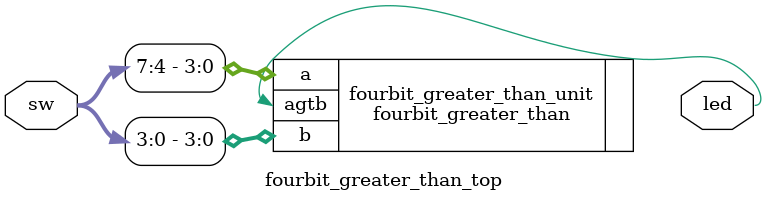
<source format=sv>
module fourbit_greater_than_top 
    (
        input logic[7:0] sw,
        output logic led
    );
    

    fourbit_greater_than fourbit_greater_than_unit 
        (.a(sw[7:4]),.b(sw[3:0]),.agtb(led));
endmodule
</source>
